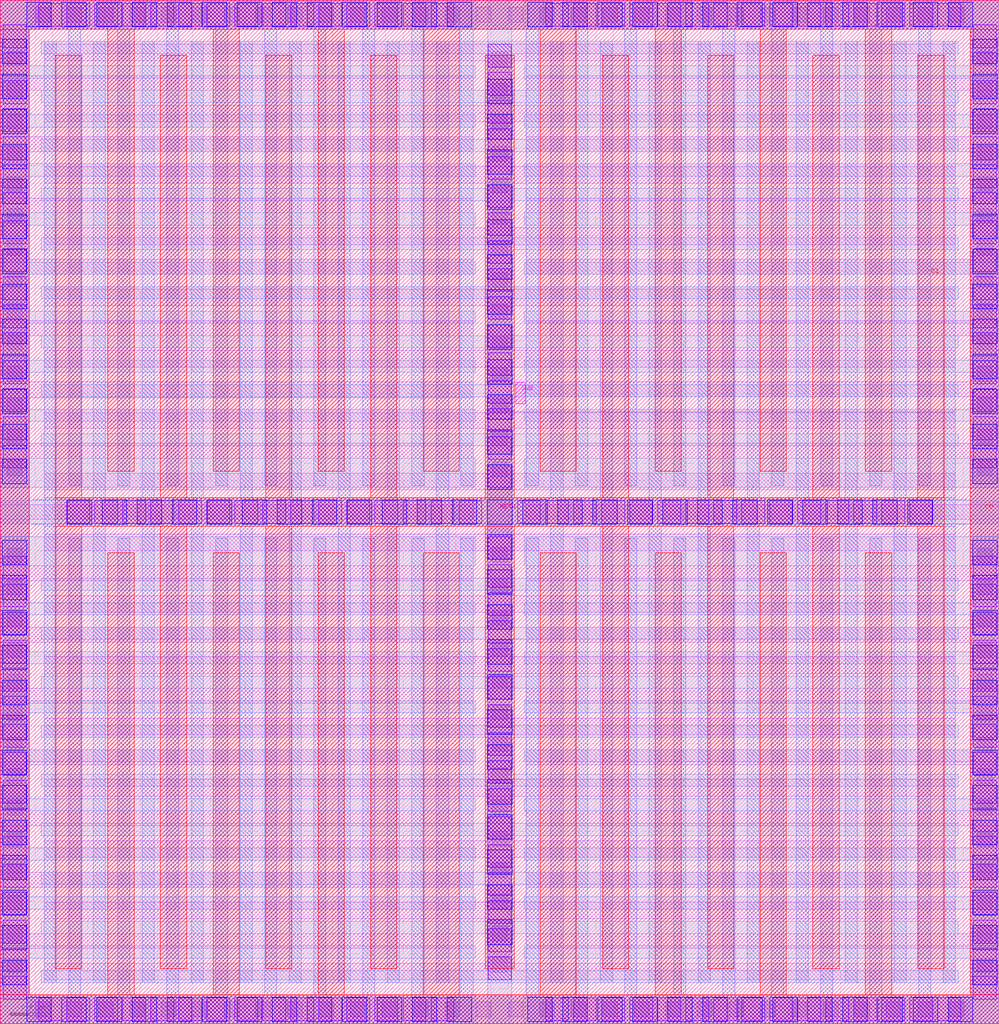
<source format=lef>
# Copyright 2020 The SkyWater PDK Authors
#
# Licensed under the Apache License, Version 2.0 (the "License");
# you may not use this file except in compliance with the License.
# You may obtain a copy of the License at
#
#     https://www.apache.org/licenses/LICENSE-2.0
#
# Unless required by applicable law or agreed to in writing, software
# distributed under the License is distributed on an "AS IS" BASIS,
# WITHOUT WARRANTIES OR CONDITIONS OF ANY KIND, either express or implied.
# See the License for the specific language governing permissions and
# limitations under the License.
#
# SPDX-License-Identifier: Apache-2.0

VERSION 5.7 ;
  NOWIREEXTENSIONATPIN ON ;
  DIVIDERCHAR "/" ;
  BUSBITCHARS "[]" ;
MACRO sky130_fd_pr__cap_vpp_11p5x11p7_l1m1m2m3_shieldpom4
  CLASS BLOCK ;
  FOREIGN sky130_fd_pr__cap_vpp_11p5x11p7_l1m1m2m3_shieldpom4 ;
  ORIGIN  0.000000  0.000000 ;
  SIZE  11.41000 BY  11.69000 ;
  PIN C0
    PORT
      LAYER met3 ;
        RECT  0.000000  0.000000 11.410000  0.330000 ;
        RECT  0.000000  0.330000  0.330000 11.360000 ;
        RECT  0.000000 11.360000 11.410000 11.690000 ;
        RECT  1.230000  0.330000  1.530000  5.380000 ;
        RECT  1.230000  6.310000  1.530000 11.360000 ;
        RECT  2.430000  0.330000  2.730000  5.380000 ;
        RECT  2.430000  6.310000  2.730000 11.360000 ;
        RECT  3.630000  0.330000  3.930000  5.380000 ;
        RECT  3.630000  6.310000  3.930000 11.360000 ;
        RECT  4.830000  0.330000  5.240000  5.380000 ;
        RECT  4.830000  6.310000  5.240000 11.360000 ;
        RECT  6.170000  0.330000  6.580000  5.380000 ;
        RECT  6.170000  6.310000  6.580000 11.360000 ;
        RECT  7.480000  0.330000  7.780000  5.380000 ;
        RECT  7.480000  6.310000  7.780000 11.360000 ;
        RECT  8.680000  0.330000  8.980000  5.380000 ;
        RECT  8.680000  6.310000  8.980000 11.360000 ;
        RECT  9.880000  0.330000 10.180000  5.380000 ;
        RECT  9.880000  6.310000 10.180000 11.360000 ;
        RECT 11.080000  0.330000 11.410000 11.360000 ;
    END
  END C0
  PIN C1
    PORT
      LAYER met3 ;
        RECT  0.630000 0.630000  0.930000  5.680000 ;
        RECT  0.630000 5.680000 10.780000  6.010000 ;
        RECT  0.630000 6.010000  0.930000 11.060000 ;
        RECT  1.830000 0.630000  2.130000  5.680000 ;
        RECT  1.830000 6.010000  2.130000 11.060000 ;
        RECT  3.030000 0.630000  3.330000  5.680000 ;
        RECT  3.030000 6.010000  3.330000 11.060000 ;
        RECT  4.230000 0.630000  4.530000  5.680000 ;
        RECT  4.230000 6.010000  4.530000 11.060000 ;
        RECT  5.540000 0.630000  5.870000  5.680000 ;
        RECT  5.540000 6.010000  5.870000 11.060000 ;
        RECT  6.880000 0.630000  7.180000  5.680000 ;
        RECT  6.880000 6.010000  7.180000 11.060000 ;
        RECT  8.080000 0.630000  8.380000  5.680000 ;
        RECT  8.080000 6.010000  8.380000 11.060000 ;
        RECT  9.280000 0.630000  9.580000  5.680000 ;
        RECT  9.280000 6.010000  9.580000 11.060000 ;
        RECT 10.480000 0.630000 10.780000  5.680000 ;
        RECT 10.480000 6.010000 10.780000 11.060000 ;
    END
  END C1
  PIN MET4
    PORT
      LAYER met4 ;
        RECT 0.000000 0.000000 11.410000 11.690000 ;
    END
  END MET4
  PIN SUB
    PORT
      LAYER pwell ;
        RECT 5.890000 7.080000 5.995000 7.325000 ;
    END
  END SUB
  OBS
    LAYER li1 ;
      RECT  0.000000  0.000000 11.410000  0.330000 ;
      RECT  0.000000  0.330000  0.330000  0.860000 ;
      RECT  0.000000  0.860000  5.400000  1.030000 ;
      RECT  0.000000  1.030000  0.330000  1.560000 ;
      RECT  0.000000  1.560000  5.400000  1.730000 ;
      RECT  0.000000  1.730000  0.330000  2.260000 ;
      RECT  0.000000  2.260000  5.400000  2.430000 ;
      RECT  0.000000  2.430000  0.330000  2.960000 ;
      RECT  0.000000  2.960000  5.400000  3.130000 ;
      RECT  0.000000  3.130000  0.330000  3.660000 ;
      RECT  0.000000  3.660000  5.400000  3.830000 ;
      RECT  0.000000  3.830000  0.330000  4.360000 ;
      RECT  0.000000  4.360000  5.400000  4.530000 ;
      RECT  0.000000  4.530000  0.330000  5.060000 ;
      RECT  0.000000  5.060000  5.400000  5.230000 ;
      RECT  0.000000  5.230000  0.330000  5.760000 ;
      RECT  0.000000  5.760000  5.400000  5.930000 ;
      RECT  0.000000  5.930000  0.330000  6.460000 ;
      RECT  0.000000  6.460000  5.400000  6.630000 ;
      RECT  0.000000  6.630000  0.330000  7.150000 ;
      RECT  0.000000  7.150000  5.400000  7.330000 ;
      RECT  0.000000  7.330000  0.330000  7.860000 ;
      RECT  0.000000  7.860000  5.400000  8.030000 ;
      RECT  0.000000  8.030000  0.330000  8.560000 ;
      RECT  0.000000  8.560000  5.400000  8.730000 ;
      RECT  0.000000  8.730000  0.330000  9.260000 ;
      RECT  0.000000  9.260000  5.400000  9.430000 ;
      RECT  0.000000  9.430000  0.330000  9.960000 ;
      RECT  0.000000  9.960000  5.400000 10.130000 ;
      RECT  0.000000 10.130000  0.330000 10.660000 ;
      RECT  0.000000 10.660000  5.400000 10.830000 ;
      RECT  0.000000 10.830000  0.330000 11.360000 ;
      RECT  0.000000 11.360000 11.410000 11.690000 ;
      RECT  0.500000  0.500000 10.905000  0.690000 ;
      RECT  0.500000  1.200000 10.905000  1.390000 ;
      RECT  0.500000  1.900000 10.905000  2.090000 ;
      RECT  0.500000  2.600000 10.905000  2.790000 ;
      RECT  0.500000  3.300000 10.905000  3.490000 ;
      RECT  0.500000  4.000000 10.905000  4.190000 ;
      RECT  0.500000  4.700000 10.905000  4.890000 ;
      RECT  0.500000  5.400000 10.905000  5.590000 ;
      RECT  0.500000  6.100000 10.905000  6.290000 ;
      RECT  0.500000  6.800000 10.905000  6.980000 ;
      RECT  0.500000  7.500000 10.905000  7.690000 ;
      RECT  0.500000  8.200000 10.905000  8.390000 ;
      RECT  0.500000  8.900000 10.905000  9.090000 ;
      RECT  0.500000  9.600000 10.905000  9.790000 ;
      RECT  0.500000 10.300000 10.905000 10.490000 ;
      RECT  0.500000 11.000000 10.905000 11.190000 ;
      RECT  5.570000  0.690000  5.840000  1.200000 ;
      RECT  5.570000  1.390000  5.840000  1.900000 ;
      RECT  5.570000  2.090000  5.840000  2.600000 ;
      RECT  5.570000  2.790000  5.840000  3.300000 ;
      RECT  5.570000  3.490000  5.840000  4.000000 ;
      RECT  5.570000  4.190000  5.840000  4.700000 ;
      RECT  5.570000  4.890000  5.840000  5.400000 ;
      RECT  5.570000  5.590000  5.840000  6.100000 ;
      RECT  5.570000  6.290000  5.840000  6.800000 ;
      RECT  5.570000  6.980000 10.905000  6.990000 ;
      RECT  5.570000  6.990000  5.840000  7.500000 ;
      RECT  5.570000  7.690000  5.840000  8.200000 ;
      RECT  5.570000  8.390000  5.840000  8.900000 ;
      RECT  5.570000  9.090000  5.840000  9.600000 ;
      RECT  5.570000  9.790000  5.840000 10.300000 ;
      RECT  5.570000 10.490000  5.840000 11.000000 ;
      RECT  6.010000  0.860000 11.410000  1.030000 ;
      RECT  6.010000  1.560000 11.410000  1.730000 ;
      RECT  6.010000  2.260000 11.410000  2.430000 ;
      RECT  6.010000  2.960000 11.410000  3.130000 ;
      RECT  6.010000  3.660000 11.410000  3.830000 ;
      RECT  6.010000  4.360000 11.410000  4.530000 ;
      RECT  6.010000  5.060000 11.410000  5.230000 ;
      RECT  6.010000  5.760000 11.410000  5.930000 ;
      RECT  6.010000  6.460000 11.410000  6.630000 ;
      RECT  6.010000  7.160000 11.410000  7.330000 ;
      RECT  6.010000  7.860000 11.410000  8.030000 ;
      RECT  6.010000  8.560000 11.410000  8.730000 ;
      RECT  6.010000  9.260000 11.410000  9.430000 ;
      RECT  6.010000  9.960000 11.410000 10.130000 ;
      RECT  6.010000 10.660000 11.410000 10.830000 ;
      RECT 11.080000  0.330000 11.410000  0.860000 ;
      RECT 11.080000  1.030000 11.410000  1.560000 ;
      RECT 11.080000  1.730000 11.410000  2.260000 ;
      RECT 11.080000  2.430000 11.410000  2.960000 ;
      RECT 11.080000  3.130000 11.410000  3.660000 ;
      RECT 11.080000  3.830000 11.410000  4.360000 ;
      RECT 11.080000  4.530000 11.410000  5.060000 ;
      RECT 11.080000  5.230000 11.410000  5.760000 ;
      RECT 11.080000  5.930000 11.410000  6.460000 ;
      RECT 11.080000  6.630000 11.410000  7.160000 ;
      RECT 11.080000  7.330000 11.410000  7.860000 ;
      RECT 11.080000  8.030000 11.410000  8.560000 ;
      RECT 11.080000  8.730000 11.410000  9.260000 ;
      RECT 11.080000  9.430000 11.410000  9.960000 ;
      RECT 11.080000 10.130000 11.410000 10.660000 ;
      RECT 11.080000 10.830000 11.410000 11.360000 ;
    LAYER mcon ;
      RECT  0.080000  0.580000  0.250000  0.750000 ;
      RECT  0.080000  0.940000  0.250000  1.110000 ;
      RECT  0.080000  1.300000  0.250000  1.470000 ;
      RECT  0.080000  1.660000  0.250000  1.830000 ;
      RECT  0.080000  2.020000  0.250000  2.190000 ;
      RECT  0.080000  2.380000  0.250000  2.550000 ;
      RECT  0.080000  2.740000  0.250000  2.910000 ;
      RECT  0.080000  3.100000  0.250000  3.270000 ;
      RECT  0.080000  3.460000  0.250000  3.630000 ;
      RECT  0.080000  3.820000  0.250000  3.990000 ;
      RECT  0.080000  4.180000  0.250000  4.350000 ;
      RECT  0.080000  4.540000  0.250000  4.710000 ;
      RECT  0.080000  4.900000  0.250000  5.070000 ;
      RECT  0.080000  5.260000  0.250000  5.430000 ;
      RECT  0.080000  6.260000  0.250000  6.430000 ;
      RECT  0.080000  6.620000  0.250000  6.790000 ;
      RECT  0.080000  6.980000  0.250000  7.150000 ;
      RECT  0.080000  7.340000  0.250000  7.510000 ;
      RECT  0.080000  7.700000  0.250000  7.870000 ;
      RECT  0.080000  8.060000  0.250000  8.230000 ;
      RECT  0.080000  8.420000  0.250000  8.590000 ;
      RECT  0.080000  8.780000  0.250000  8.950000 ;
      RECT  0.080000  9.140000  0.250000  9.310000 ;
      RECT  0.080000  9.500000  0.250000  9.670000 ;
      RECT  0.080000  9.860000  0.250000 10.030000 ;
      RECT  0.080000 10.220000  0.250000 10.390000 ;
      RECT  0.080000 10.580000  0.250000 10.750000 ;
      RECT  0.080000 10.940000  0.250000 11.110000 ;
      RECT  0.400000  0.080000  0.570000  0.250000 ;
      RECT  0.400000 11.440000  0.570000 11.610000 ;
      RECT  0.760000  0.080000  0.930000  0.250000 ;
      RECT  0.760000 11.440000  0.930000 11.610000 ;
      RECT  1.120000  0.080000  1.290000  0.250000 ;
      RECT  1.120000 11.440000  1.290000 11.610000 ;
      RECT  1.480000  0.080000  1.650000  0.250000 ;
      RECT  1.480000 11.440000  1.650000 11.610000 ;
      RECT  1.840000  0.080000  2.010000  0.250000 ;
      RECT  1.840000 11.440000  2.010000 11.610000 ;
      RECT  2.200000  0.080000  2.370000  0.250000 ;
      RECT  2.200000 11.440000  2.370000 11.610000 ;
      RECT  2.560000  0.080000  2.730000  0.250000 ;
      RECT  2.560000 11.440000  2.730000 11.610000 ;
      RECT  2.920000  0.080000  3.090000  0.250000 ;
      RECT  2.920000 11.440000  3.090000 11.610000 ;
      RECT  3.280000  0.080000  3.450000  0.250000 ;
      RECT  3.280000 11.440000  3.450000 11.610000 ;
      RECT  3.640000  0.080000  3.810000  0.250000 ;
      RECT  3.640000 11.440000  3.810000 11.610000 ;
      RECT  4.000000  0.080000  4.170000  0.250000 ;
      RECT  4.000000 11.440000  4.170000 11.610000 ;
      RECT  4.360000  0.080000  4.530000  0.250000 ;
      RECT  4.360000 11.440000  4.530000 11.610000 ;
      RECT  4.720000  0.080000  4.890000  0.250000 ;
      RECT  4.720000 11.440000  4.890000 11.610000 ;
      RECT  5.080000  0.080000  5.250000  0.250000 ;
      RECT  5.080000 11.440000  5.250000 11.610000 ;
      RECT  5.440000  0.080000  5.610000  0.250000 ;
      RECT  5.440000 11.440000  5.610000 11.610000 ;
      RECT  5.620000  0.590000  5.790000  0.760000 ;
      RECT  5.620000  0.950000  5.790000  1.120000 ;
      RECT  5.620000  1.310000  5.790000  1.480000 ;
      RECT  5.620000  1.670000  5.790000  1.840000 ;
      RECT  5.620000  2.030000  5.790000  2.200000 ;
      RECT  5.620000  2.390000  5.790000  2.560000 ;
      RECT  5.620000  2.750000  5.790000  2.920000 ;
      RECT  5.620000  3.110000  5.790000  3.280000 ;
      RECT  5.620000  3.470000  5.790000  3.640000 ;
      RECT  5.620000  3.830000  5.790000  4.000000 ;
      RECT  5.620000  4.190000  5.790000  4.360000 ;
      RECT  5.620000  4.550000  5.790000  4.720000 ;
      RECT  5.620000  4.910000  5.790000  5.080000 ;
      RECT  5.620000  5.270000  5.790000  5.440000 ;
      RECT  5.620000  6.250000  5.790000  6.420000 ;
      RECT  5.620000  6.610000  5.790000  6.780000 ;
      RECT  5.620000  6.970000  5.790000  7.140000 ;
      RECT  5.620000  7.330000  5.790000  7.500000 ;
      RECT  5.620000  7.690000  5.790000  7.860000 ;
      RECT  5.620000  8.050000  5.790000  8.220000 ;
      RECT  5.620000  8.410000  5.790000  8.580000 ;
      RECT  5.620000  8.770000  5.790000  8.940000 ;
      RECT  5.620000  9.130000  5.790000  9.300000 ;
      RECT  5.620000  9.490000  5.790000  9.660000 ;
      RECT  5.620000  9.850000  5.790000 10.020000 ;
      RECT  5.620000 10.210000  5.790000 10.380000 ;
      RECT  5.620000 10.570000  5.790000 10.740000 ;
      RECT  5.620000 10.930000  5.790000 11.100000 ;
      RECT  5.800000  0.080000  5.970000  0.250000 ;
      RECT  5.800000 11.440000  5.970000 11.610000 ;
      RECT  6.160000  0.080000  6.330000  0.250000 ;
      RECT  6.160000 11.440000  6.330000 11.610000 ;
      RECT  6.520000  0.080000  6.690000  0.250000 ;
      RECT  6.520000 11.440000  6.690000 11.610000 ;
      RECT  6.880000  0.080000  7.050000  0.250000 ;
      RECT  6.880000 11.440000  7.050000 11.610000 ;
      RECT  7.240000  0.080000  7.410000  0.250000 ;
      RECT  7.240000 11.440000  7.410000 11.610000 ;
      RECT  7.600000  0.080000  7.770000  0.250000 ;
      RECT  7.600000 11.440000  7.770000 11.610000 ;
      RECT  7.960000  0.080000  8.130000  0.250000 ;
      RECT  7.960000 11.440000  8.130000 11.610000 ;
      RECT  8.320000  0.080000  8.490000  0.250000 ;
      RECT  8.320000 11.440000  8.490000 11.610000 ;
      RECT  8.680000  0.080000  8.850000  0.250000 ;
      RECT  8.680000 11.440000  8.850000 11.610000 ;
      RECT  9.040000  0.080000  9.210000  0.250000 ;
      RECT  9.040000 11.440000  9.210000 11.610000 ;
      RECT  9.400000  0.080000  9.570000  0.250000 ;
      RECT  9.400000 11.440000  9.570000 11.610000 ;
      RECT  9.760000  0.080000  9.930000  0.250000 ;
      RECT  9.760000 11.440000  9.930000 11.610000 ;
      RECT 10.120000  0.080000 10.290000  0.250000 ;
      RECT 10.120000 11.440000 10.290000 11.610000 ;
      RECT 10.480000  0.080000 10.650000  0.250000 ;
      RECT 10.480000 11.440000 10.650000 11.610000 ;
      RECT 10.840000  0.080000 11.010000  0.250000 ;
      RECT 10.840000 11.440000 11.010000 11.610000 ;
      RECT 11.160000  0.580000 11.330000  0.750000 ;
      RECT 11.160000  0.940000 11.330000  1.110000 ;
      RECT 11.160000  1.300000 11.330000  1.470000 ;
      RECT 11.160000  1.660000 11.330000  1.830000 ;
      RECT 11.160000  2.020000 11.330000  2.190000 ;
      RECT 11.160000  2.380000 11.330000  2.550000 ;
      RECT 11.160000  2.740000 11.330000  2.910000 ;
      RECT 11.160000  3.100000 11.330000  3.270000 ;
      RECT 11.160000  3.460000 11.330000  3.630000 ;
      RECT 11.160000  3.820000 11.330000  3.990000 ;
      RECT 11.160000  4.180000 11.330000  4.350000 ;
      RECT 11.160000  4.540000 11.330000  4.710000 ;
      RECT 11.160000  4.900000 11.330000  5.070000 ;
      RECT 11.160000  5.260000 11.330000  5.430000 ;
      RECT 11.160000  6.260000 11.330000  6.430000 ;
      RECT 11.160000  6.620000 11.330000  6.790000 ;
      RECT 11.160000  6.980000 11.330000  7.150000 ;
      RECT 11.160000  7.340000 11.330000  7.510000 ;
      RECT 11.160000  7.700000 11.330000  7.870000 ;
      RECT 11.160000  8.060000 11.330000  8.230000 ;
      RECT 11.160000  8.420000 11.330000  8.590000 ;
      RECT 11.160000  8.780000 11.330000  8.950000 ;
      RECT 11.160000  9.140000 11.330000  9.310000 ;
      RECT 11.160000  9.500000 11.330000  9.670000 ;
      RECT 11.160000  9.860000 11.330000 10.030000 ;
      RECT 11.160000 10.220000 11.330000 10.390000 ;
      RECT 11.160000 10.580000 11.330000 10.750000 ;
      RECT 11.160000 10.940000 11.330000 11.110000 ;
    LAYER met1 ;
      RECT  0.000000  0.000000 11.410000  0.330000 ;
      RECT  0.000000  0.330000  0.330000 11.360000 ;
      RECT  0.000000 11.360000 11.410000 11.690000 ;
      RECT  0.500000  0.470000  0.640000  5.685000 ;
      RECT  0.500000  5.685000 10.910000  6.005000 ;
      RECT  0.500000  6.005000  0.640000 11.220000 ;
      RECT  0.780000  0.330000  0.920000  5.545000 ;
      RECT  0.780000  6.145000  0.920000 11.360000 ;
      RECT  1.060000  0.470000  1.200000  5.685000 ;
      RECT  1.060000  6.005000  1.200000 11.220000 ;
      RECT  1.340000  0.330000  1.480000  5.545000 ;
      RECT  1.340000  6.145000  1.480000 11.360000 ;
      RECT  1.620000  0.470000  1.760000  5.685000 ;
      RECT  1.620000  6.005000  1.760000 11.220000 ;
      RECT  1.900000  0.330000  2.040000  5.545000 ;
      RECT  1.900000  6.145000  2.040000 11.360000 ;
      RECT  2.180000  0.470000  2.320000  5.685000 ;
      RECT  2.180000  6.005000  2.320000 11.220000 ;
      RECT  2.460000  0.330000  2.600000  5.545000 ;
      RECT  2.460000  6.145000  2.600000 11.360000 ;
      RECT  2.740000  0.470000  2.880000  5.685000 ;
      RECT  2.740000  6.005000  2.880000 11.220000 ;
      RECT  3.020000  0.330000  3.160000  5.545000 ;
      RECT  3.020000  6.145000  3.160000 11.360000 ;
      RECT  3.300000  0.470000  3.440000  5.685000 ;
      RECT  3.300000  6.005000  3.440000 11.220000 ;
      RECT  3.580000  0.330000  3.720000  5.545000 ;
      RECT  3.580000  6.145000  3.720000 11.360000 ;
      RECT  3.860000  0.470000  4.000000  5.685000 ;
      RECT  3.860000  6.005000  4.000000 11.220000 ;
      RECT  4.140000  0.330000  4.280000  5.545000 ;
      RECT  4.140000  6.145000  4.280000 11.360000 ;
      RECT  4.420000  0.470000  4.560000  5.685000 ;
      RECT  4.420000  6.005000  4.560000 11.220000 ;
      RECT  4.700000  0.330000  4.840000  5.545000 ;
      RECT  4.700000  6.145000  4.840000 11.360000 ;
      RECT  4.980000  0.470000  5.120000  5.685000 ;
      RECT  4.980000  6.005000  5.120000 11.220000 ;
      RECT  5.260000  0.330000  5.400000  5.545000 ;
      RECT  5.260000  6.145000  5.400000 11.360000 ;
      RECT  5.570000  0.470000  5.840000  5.685000 ;
      RECT  5.570000  6.005000  5.840000 11.220000 ;
      RECT  6.010000  0.330000  6.150000  5.545000 ;
      RECT  6.010000  6.145000  6.150000 11.360000 ;
      RECT  6.290000  0.470000  6.430000  5.685000 ;
      RECT  6.290000  6.005000  6.430000 11.220000 ;
      RECT  6.570000  0.330000  6.710000  5.545000 ;
      RECT  6.570000  6.145000  6.710000 11.360000 ;
      RECT  6.850000  0.470000  6.990000  5.685000 ;
      RECT  6.850000  6.005000  6.990000 11.220000 ;
      RECT  7.130000  0.330000  7.270000  5.545000 ;
      RECT  7.130000  6.145000  7.270000 11.360000 ;
      RECT  7.410000  0.470000  7.550000  5.685000 ;
      RECT  7.410000  6.005000  7.550000 11.220000 ;
      RECT  7.690000  0.330000  7.830000  5.545000 ;
      RECT  7.690000  6.145000  7.830000 11.360000 ;
      RECT  7.970000  0.470000  8.110000  5.685000 ;
      RECT  7.970000  6.005000  8.110000 11.220000 ;
      RECT  8.250000  0.330000  8.390000  5.545000 ;
      RECT  8.250000  6.145000  8.390000 11.360000 ;
      RECT  8.530000  0.470000  8.670000  5.685000 ;
      RECT  8.530000  6.005000  8.670000 11.220000 ;
      RECT  8.810000  0.330000  8.950000  5.545000 ;
      RECT  8.810000  6.145000  8.950000 11.360000 ;
      RECT  9.090000  0.470000  9.230000  5.685000 ;
      RECT  9.090000  6.005000  9.230000 11.220000 ;
      RECT  9.370000  0.330000  9.510000  5.545000 ;
      RECT  9.370000  6.145000  9.510000 11.360000 ;
      RECT  9.650000  0.470000  9.790000  5.685000 ;
      RECT  9.650000  6.005000  9.790000 11.220000 ;
      RECT  9.930000  0.330000 10.070000  5.545000 ;
      RECT  9.930000  6.145000 10.070000 11.360000 ;
      RECT 10.210000  0.470000 10.350000  5.685000 ;
      RECT 10.210000  6.005000 10.350000 11.220000 ;
      RECT 10.490000  0.330000 10.630000  5.545000 ;
      RECT 10.490000  6.145000 10.630000 11.360000 ;
      RECT 10.770000  0.470000 10.910000  5.685000 ;
      RECT 10.770000  6.005000 10.910000 11.220000 ;
      RECT 11.080000  0.330000 11.410000 11.360000 ;
    LAYER met2 ;
      RECT  0.000000  0.000000  5.430000  0.330000 ;
      RECT  0.000000  0.330000  0.330000  0.750000 ;
      RECT  0.000000  0.750000  5.425000  0.890000 ;
      RECT  0.000000  0.890000  0.330000  1.310000 ;
      RECT  0.000000  1.310000  5.425000  1.450000 ;
      RECT  0.000000  1.450000  0.330000  1.870000 ;
      RECT  0.000000  1.870000  5.425000  2.010000 ;
      RECT  0.000000  2.010000  0.330000  2.430000 ;
      RECT  0.000000  2.430000  5.425000  2.570000 ;
      RECT  0.000000  2.570000  0.330000  2.990000 ;
      RECT  0.000000  2.990000  5.425000  3.130000 ;
      RECT  0.000000  3.130000  0.330000  3.550000 ;
      RECT  0.000000  3.550000  5.425000  3.690000 ;
      RECT  0.000000  3.690000  0.330000  4.110000 ;
      RECT  0.000000  4.110000  5.425000  4.250000 ;
      RECT  0.000000  4.250000  0.330000  4.670000 ;
      RECT  0.000000  4.670000  5.425000  4.810000 ;
      RECT  0.000000  4.810000  0.330000  5.230000 ;
      RECT  0.000000  5.230000  5.425000  5.565000 ;
      RECT  0.000000  5.565000  0.330000  5.570000 ;
      RECT  0.000000  5.710000 11.410000  5.980000 ;
      RECT  0.000000  6.120000  0.330000  6.125000 ;
      RECT  0.000000  6.125000  5.425000  6.460000 ;
      RECT  0.000000  6.460000  0.330000  6.880000 ;
      RECT  0.000000  6.880000  5.425000  7.020000 ;
      RECT  0.000000  7.020000  0.330000  7.440000 ;
      RECT  0.000000  7.440000  5.425000  7.580000 ;
      RECT  0.000000  7.580000  0.330000  8.000000 ;
      RECT  0.000000  8.000000  5.425000  8.140000 ;
      RECT  0.000000  8.140000  0.330000  8.560000 ;
      RECT  0.000000  8.560000  5.425000  8.700000 ;
      RECT  0.000000  8.700000  0.330000  9.120000 ;
      RECT  0.000000  9.120000  5.425000  9.260000 ;
      RECT  0.000000  9.260000  0.330000  9.680000 ;
      RECT  0.000000  9.680000  5.425000  9.820000 ;
      RECT  0.000000  9.820000  0.330000 10.240000 ;
      RECT  0.000000 10.240000  5.425000 10.380000 ;
      RECT  0.000000 10.380000  0.330000 10.800000 ;
      RECT  0.000000 10.800000  5.425000 10.940000 ;
      RECT  0.000000 10.940000  0.330000 11.360000 ;
      RECT  0.000000 11.360000  5.430000 11.690000 ;
      RECT  0.370000  5.705000 11.040000  5.710000 ;
      RECT  0.370000  5.980000 11.040000  5.985000 ;
      RECT  0.470000  0.470000 10.940000  0.610000 ;
      RECT  0.470000  1.030000 10.940000  1.170000 ;
      RECT  0.470000  1.590000 10.940000  1.730000 ;
      RECT  0.470000  2.150000 10.940000  2.290000 ;
      RECT  0.470000  2.710000 10.940000  2.850000 ;
      RECT  0.470000  3.270000 10.940000  3.410000 ;
      RECT  0.470000  3.830000 10.940000  3.970000 ;
      RECT  0.470000  4.390000 10.940000  4.530000 ;
      RECT  0.470000  4.950000 10.940000  5.090000 ;
      RECT  0.470000  6.600000 10.940000  6.740000 ;
      RECT  0.470000  7.160000 10.940000  7.300000 ;
      RECT  0.470000  7.720000 10.940000  7.860000 ;
      RECT  0.470000  8.280000 10.940000  8.420000 ;
      RECT  0.470000  8.840000 10.940000  8.980000 ;
      RECT  0.470000  9.400000 10.940000  9.540000 ;
      RECT  0.470000  9.960000 10.940000 10.100000 ;
      RECT  0.470000 10.520000 10.940000 10.660000 ;
      RECT  0.470000 11.080000 10.940000 11.220000 ;
      RECT  5.565000  0.610000  5.845000  1.030000 ;
      RECT  5.565000  1.170000  5.845000  1.590000 ;
      RECT  5.565000  1.730000  5.845000  2.150000 ;
      RECT  5.565000  2.290000  5.845000  2.710000 ;
      RECT  5.565000  2.850000  5.845000  3.270000 ;
      RECT  5.565000  3.410000  5.845000  3.830000 ;
      RECT  5.565000  3.970000  5.845000  4.390000 ;
      RECT  5.565000  4.530000  5.845000  4.950000 ;
      RECT  5.565000  5.090000  5.845000  5.705000 ;
      RECT  5.565000  5.985000  5.845000  6.600000 ;
      RECT  5.565000  6.740000  5.845000  7.160000 ;
      RECT  5.565000  7.300000  5.845000  7.720000 ;
      RECT  5.565000  7.860000  5.845000  8.280000 ;
      RECT  5.565000  8.420000  5.845000  8.840000 ;
      RECT  5.565000  8.980000  5.845000  9.400000 ;
      RECT  5.565000  9.540000  5.845000  9.960000 ;
      RECT  5.565000 10.100000  5.845000 10.520000 ;
      RECT  5.565000 10.660000  5.845000 11.080000 ;
      RECT  5.570000  0.000000  5.840000  0.470000 ;
      RECT  5.570000 11.220000  5.840000 11.690000 ;
      RECT  5.980000  0.000000 11.410000  0.330000 ;
      RECT  5.980000 11.360000 11.410000 11.690000 ;
      RECT  5.985000  0.750000 11.410000  0.890000 ;
      RECT  5.985000  1.310000 11.410000  1.450000 ;
      RECT  5.985000  1.870000 11.410000  2.010000 ;
      RECT  5.985000  2.430000 11.410000  2.570000 ;
      RECT  5.985000  2.990000 11.410000  3.130000 ;
      RECT  5.985000  3.550000 11.410000  3.690000 ;
      RECT  5.985000  4.110000 11.410000  4.250000 ;
      RECT  5.985000  4.670000 11.410000  4.810000 ;
      RECT  5.985000  5.230000 11.410000  5.565000 ;
      RECT  5.985000  6.125000 11.410000  6.460000 ;
      RECT  5.985000  6.880000 11.410000  7.020000 ;
      RECT  5.985000  7.440000 11.410000  7.580000 ;
      RECT  5.985000  8.000000 11.410000  8.140000 ;
      RECT  5.985000  8.560000 11.410000  8.700000 ;
      RECT  5.985000  9.120000 11.410000  9.260000 ;
      RECT  5.985000  9.680000 11.410000  9.820000 ;
      RECT  5.985000 10.240000 11.410000 10.380000 ;
      RECT  5.985000 10.800000 11.410000 10.940000 ;
      RECT 11.080000  0.330000 11.410000  0.750000 ;
      RECT 11.080000  0.890000 11.410000  1.310000 ;
      RECT 11.080000  1.450000 11.410000  1.870000 ;
      RECT 11.080000  2.010000 11.410000  2.430000 ;
      RECT 11.080000  2.570000 11.410000  2.990000 ;
      RECT 11.080000  3.130000 11.410000  3.550000 ;
      RECT 11.080000  3.690000 11.410000  4.110000 ;
      RECT 11.080000  4.250000 11.410000  4.670000 ;
      RECT 11.080000  4.810000 11.410000  5.230000 ;
      RECT 11.080000  5.565000 11.410000  5.570000 ;
      RECT 11.080000  6.120000 11.410000  6.125000 ;
      RECT 11.080000  6.460000 11.410000  6.880000 ;
      RECT 11.080000  7.020000 11.410000  7.440000 ;
      RECT 11.080000  7.580000 11.410000  8.000000 ;
      RECT 11.080000  8.140000 11.410000  8.560000 ;
      RECT 11.080000  8.700000 11.410000  9.120000 ;
      RECT 11.080000  9.260000 11.410000  9.680000 ;
      RECT 11.080000  9.820000 11.410000 10.240000 ;
      RECT 11.080000 10.380000 11.410000 10.800000 ;
      RECT 11.080000 10.940000 11.410000 11.360000 ;
    LAYER via ;
      RECT  0.035000  0.280000  0.295000  0.540000 ;
      RECT  0.035000  0.600000  0.295000  0.860000 ;
      RECT  0.035000  0.920000  0.295000  1.180000 ;
      RECT  0.035000  1.240000  0.295000  1.500000 ;
      RECT  0.035000  1.560000  0.295000  1.820000 ;
      RECT  0.035000  1.880000  0.295000  2.140000 ;
      RECT  0.035000  2.200000  0.295000  2.460000 ;
      RECT  0.035000  2.520000  0.295000  2.780000 ;
      RECT  0.035000  2.840000  0.295000  3.100000 ;
      RECT  0.035000  3.160000  0.295000  3.420000 ;
      RECT  0.035000  3.480000  0.295000  3.740000 ;
      RECT  0.035000  3.800000  0.295000  4.060000 ;
      RECT  0.035000  4.120000  0.295000  4.380000 ;
      RECT  0.035000  4.440000  0.295000  4.700000 ;
      RECT  0.035000  4.760000  0.295000  5.020000 ;
      RECT  0.035000  5.080000  0.295000  5.340000 ;
      RECT  0.035000  6.350000  0.295000  6.610000 ;
      RECT  0.035000  6.670000  0.295000  6.930000 ;
      RECT  0.035000  6.990000  0.295000  7.250000 ;
      RECT  0.035000  7.310000  0.295000  7.570000 ;
      RECT  0.035000  7.630000  0.295000  7.890000 ;
      RECT  0.035000  7.950000  0.295000  8.210000 ;
      RECT  0.035000  8.270000  0.295000  8.530000 ;
      RECT  0.035000  8.590000  0.295000  8.850000 ;
      RECT  0.035000  8.910000  0.295000  9.170000 ;
      RECT  0.035000  9.230000  0.295000  9.490000 ;
      RECT  0.035000  9.550000  0.295000  9.810000 ;
      RECT  0.035000  9.870000  0.295000 10.130000 ;
      RECT  0.035000 10.190000  0.295000 10.450000 ;
      RECT  0.035000 10.510000  0.295000 10.770000 ;
      RECT  0.035000 10.830000  0.295000 11.090000 ;
      RECT  0.035000 11.150000  0.295000 11.410000 ;
      RECT  0.440000  0.035000  0.700000  0.295000 ;
      RECT  0.440000 11.395000  0.700000 11.655000 ;
      RECT  0.760000  0.035000  1.020000  0.295000 ;
      RECT  0.760000  5.715000  1.020000  5.975000 ;
      RECT  0.760000 11.395000  1.020000 11.655000 ;
      RECT  1.080000  0.035000  1.340000  0.295000 ;
      RECT  1.080000  5.715000  1.340000  5.975000 ;
      RECT  1.080000 11.395000  1.340000 11.655000 ;
      RECT  1.400000  0.035000  1.660000  0.295000 ;
      RECT  1.400000  5.715000  1.660000  5.975000 ;
      RECT  1.400000 11.395000  1.660000 11.655000 ;
      RECT  1.720000  0.035000  1.980000  0.295000 ;
      RECT  1.720000  5.715000  1.980000  5.975000 ;
      RECT  1.720000 11.395000  1.980000 11.655000 ;
      RECT  2.040000  0.035000  2.300000  0.295000 ;
      RECT  2.040000  5.715000  2.300000  5.975000 ;
      RECT  2.040000 11.395000  2.300000 11.655000 ;
      RECT  2.360000  0.035000  2.620000  0.295000 ;
      RECT  2.360000  5.715000  2.620000  5.975000 ;
      RECT  2.360000 11.395000  2.620000 11.655000 ;
      RECT  2.680000  0.035000  2.940000  0.295000 ;
      RECT  2.680000  5.715000  2.940000  5.975000 ;
      RECT  2.680000 11.395000  2.940000 11.655000 ;
      RECT  3.000000  0.035000  3.260000  0.295000 ;
      RECT  3.000000  5.715000  3.260000  5.975000 ;
      RECT  3.000000 11.395000  3.260000 11.655000 ;
      RECT  3.320000  0.035000  3.580000  0.295000 ;
      RECT  3.320000  5.715000  3.580000  5.975000 ;
      RECT  3.320000 11.395000  3.580000 11.655000 ;
      RECT  3.640000  0.035000  3.900000  0.295000 ;
      RECT  3.640000  5.715000  3.900000  5.975000 ;
      RECT  3.640000 11.395000  3.900000 11.655000 ;
      RECT  3.960000  0.035000  4.220000  0.295000 ;
      RECT  3.960000  5.715000  4.220000  5.975000 ;
      RECT  3.960000 11.395000  4.220000 11.655000 ;
      RECT  4.280000  0.035000  4.540000  0.295000 ;
      RECT  4.280000  5.715000  4.540000  5.975000 ;
      RECT  4.280000 11.395000  4.540000 11.655000 ;
      RECT  4.600000  0.035000  4.860000  0.295000 ;
      RECT  4.600000  5.715000  4.860000  5.975000 ;
      RECT  4.600000 11.395000  4.860000 11.655000 ;
      RECT  4.920000  0.035000  5.180000  0.295000 ;
      RECT  4.920000  5.715000  5.180000  5.975000 ;
      RECT  4.920000 11.395000  5.180000 11.655000 ;
      RECT  5.240000  5.715000  5.500000  5.975000 ;
      RECT  5.575000  0.505000  5.835000  0.765000 ;
      RECT  5.575000  0.825000  5.835000  1.085000 ;
      RECT  5.575000  1.145000  5.835000  1.405000 ;
      RECT  5.575000  1.465000  5.835000  1.725000 ;
      RECT  5.575000  1.785000  5.835000  2.045000 ;
      RECT  5.575000  2.105000  5.835000  2.365000 ;
      RECT  5.575000  2.425000  5.835000  2.685000 ;
      RECT  5.575000  2.745000  5.835000  3.005000 ;
      RECT  5.575000  3.065000  5.835000  3.325000 ;
      RECT  5.575000  3.385000  5.835000  3.645000 ;
      RECT  5.575000  3.705000  5.835000  3.965000 ;
      RECT  5.575000  4.025000  5.835000  4.285000 ;
      RECT  5.575000  4.345000  5.835000  4.605000 ;
      RECT  5.575000  4.665000  5.835000  4.925000 ;
      RECT  5.575000  4.985000  5.835000  5.245000 ;
      RECT  5.575000  5.305000  5.835000  5.565000 ;
      RECT  5.575000  6.125000  5.835000  6.385000 ;
      RECT  5.575000  6.445000  5.835000  6.705000 ;
      RECT  5.575000  6.765000  5.835000  7.025000 ;
      RECT  5.575000  7.085000  5.835000  7.345000 ;
      RECT  5.575000  7.405000  5.835000  7.665000 ;
      RECT  5.575000  7.725000  5.835000  7.985000 ;
      RECT  5.575000  8.045000  5.835000  8.305000 ;
      RECT  5.575000  8.365000  5.835000  8.625000 ;
      RECT  5.575000  8.685000  5.835000  8.945000 ;
      RECT  5.575000  9.005000  5.835000  9.265000 ;
      RECT  5.575000  9.325000  5.835000  9.585000 ;
      RECT  5.575000  9.645000  5.835000  9.905000 ;
      RECT  5.575000  9.965000  5.835000 10.225000 ;
      RECT  5.575000 10.285000  5.835000 10.545000 ;
      RECT  5.575000 10.605000  5.835000 10.865000 ;
      RECT  5.575000 10.925000  5.835000 11.185000 ;
      RECT  5.910000  5.715000  6.170000  5.975000 ;
      RECT  6.230000  0.035000  6.490000  0.295000 ;
      RECT  6.230000  5.715000  6.490000  5.975000 ;
      RECT  6.230000 11.395000  6.490000 11.655000 ;
      RECT  6.550000  0.035000  6.810000  0.295000 ;
      RECT  6.550000  5.715000  6.810000  5.975000 ;
      RECT  6.550000 11.395000  6.810000 11.655000 ;
      RECT  6.870000  0.035000  7.130000  0.295000 ;
      RECT  6.870000  5.715000  7.130000  5.975000 ;
      RECT  6.870000 11.395000  7.130000 11.655000 ;
      RECT  7.190000  0.035000  7.450000  0.295000 ;
      RECT  7.190000  5.715000  7.450000  5.975000 ;
      RECT  7.190000 11.395000  7.450000 11.655000 ;
      RECT  7.510000  0.035000  7.770000  0.295000 ;
      RECT  7.510000  5.715000  7.770000  5.975000 ;
      RECT  7.510000 11.395000  7.770000 11.655000 ;
      RECT  7.830000  0.035000  8.090000  0.295000 ;
      RECT  7.830000  5.715000  8.090000  5.975000 ;
      RECT  7.830000 11.395000  8.090000 11.655000 ;
      RECT  8.150000  0.035000  8.410000  0.295000 ;
      RECT  8.150000  5.715000  8.410000  5.975000 ;
      RECT  8.150000 11.395000  8.410000 11.655000 ;
      RECT  8.470000  0.035000  8.730000  0.295000 ;
      RECT  8.470000  5.715000  8.730000  5.975000 ;
      RECT  8.470000 11.395000  8.730000 11.655000 ;
      RECT  8.790000  0.035000  9.050000  0.295000 ;
      RECT  8.790000  5.715000  9.050000  5.975000 ;
      RECT  8.790000 11.395000  9.050000 11.655000 ;
      RECT  9.110000  0.035000  9.370000  0.295000 ;
      RECT  9.110000  5.715000  9.370000  5.975000 ;
      RECT  9.110000 11.395000  9.370000 11.655000 ;
      RECT  9.430000  0.035000  9.690000  0.295000 ;
      RECT  9.430000  5.715000  9.690000  5.975000 ;
      RECT  9.430000 11.395000  9.690000 11.655000 ;
      RECT  9.750000  0.035000 10.010000  0.295000 ;
      RECT  9.750000  5.715000 10.010000  5.975000 ;
      RECT  9.750000 11.395000 10.010000 11.655000 ;
      RECT 10.070000  0.035000 10.330000  0.295000 ;
      RECT 10.070000  5.715000 10.330000  5.975000 ;
      RECT 10.070000 11.395000 10.330000 11.655000 ;
      RECT 10.390000  0.035000 10.650000  0.295000 ;
      RECT 10.390000  5.715000 10.650000  5.975000 ;
      RECT 10.390000 11.395000 10.650000 11.655000 ;
      RECT 10.710000  0.035000 10.970000  0.295000 ;
      RECT 10.710000 11.395000 10.970000 11.655000 ;
      RECT 11.115000  0.280000 11.375000  0.540000 ;
      RECT 11.115000  0.600000 11.375000  0.860000 ;
      RECT 11.115000  0.920000 11.375000  1.180000 ;
      RECT 11.115000  1.240000 11.375000  1.500000 ;
      RECT 11.115000  1.560000 11.375000  1.820000 ;
      RECT 11.115000  1.880000 11.375000  2.140000 ;
      RECT 11.115000  2.200000 11.375000  2.460000 ;
      RECT 11.115000  2.520000 11.375000  2.780000 ;
      RECT 11.115000  2.840000 11.375000  3.100000 ;
      RECT 11.115000  3.160000 11.375000  3.420000 ;
      RECT 11.115000  3.480000 11.375000  3.740000 ;
      RECT 11.115000  3.800000 11.375000  4.060000 ;
      RECT 11.115000  4.120000 11.375000  4.380000 ;
      RECT 11.115000  4.440000 11.375000  4.700000 ;
      RECT 11.115000  4.760000 11.375000  5.020000 ;
      RECT 11.115000  5.080000 11.375000  5.340000 ;
      RECT 11.115000  6.350000 11.375000  6.610000 ;
      RECT 11.115000  6.670000 11.375000  6.930000 ;
      RECT 11.115000  6.990000 11.375000  7.250000 ;
      RECT 11.115000  7.310000 11.375000  7.570000 ;
      RECT 11.115000  7.630000 11.375000  7.890000 ;
      RECT 11.115000  7.950000 11.375000  8.210000 ;
      RECT 11.115000  8.270000 11.375000  8.530000 ;
      RECT 11.115000  8.590000 11.375000  8.850000 ;
      RECT 11.115000  8.910000 11.375000  9.170000 ;
      RECT 11.115000  9.230000 11.375000  9.490000 ;
      RECT 11.115000  9.550000 11.375000  9.810000 ;
      RECT 11.115000  9.870000 11.375000 10.130000 ;
      RECT 11.115000 10.190000 11.375000 10.450000 ;
      RECT 11.115000 10.510000 11.375000 10.770000 ;
      RECT 11.115000 10.830000 11.375000 11.090000 ;
      RECT 11.115000 11.150000 11.375000 11.410000 ;
    LAYER via2 ;
      RECT  0.025000  0.445000  0.305000  0.725000 ;
      RECT  0.025000  0.845000  0.305000  1.125000 ;
      RECT  0.025000  1.245000  0.305000  1.525000 ;
      RECT  0.025000  1.645000  0.305000  1.925000 ;
      RECT  0.025000  2.045000  0.305000  2.325000 ;
      RECT  0.025000  2.445000  0.305000  2.725000 ;
      RECT  0.025000  2.845000  0.305000  3.125000 ;
      RECT  0.025000  3.245000  0.305000  3.525000 ;
      RECT  0.025000  3.645000  0.305000  3.925000 ;
      RECT  0.025000  4.045000  0.305000  4.325000 ;
      RECT  0.025000  4.445000  0.305000  4.725000 ;
      RECT  0.025000  4.845000  0.305000  5.125000 ;
      RECT  0.025000  5.245000  0.305000  5.525000 ;
      RECT  0.025000  6.165000  0.305000  6.445000 ;
      RECT  0.025000  6.565000  0.305000  6.845000 ;
      RECT  0.025000  6.965000  0.305000  7.245000 ;
      RECT  0.025000  7.365000  0.305000  7.645000 ;
      RECT  0.025000  7.765000  0.305000  8.045000 ;
      RECT  0.025000  8.165000  0.305000  8.445000 ;
      RECT  0.025000  8.565000  0.305000  8.845000 ;
      RECT  0.025000  8.965000  0.305000  9.245000 ;
      RECT  0.025000  9.365000  0.305000  9.645000 ;
      RECT  0.025000  9.765000  0.305000 10.045000 ;
      RECT  0.025000 10.165000  0.305000 10.445000 ;
      RECT  0.025000 10.565000  0.305000 10.845000 ;
      RECT  0.025000 10.965000  0.305000 11.245000 ;
      RECT  0.305000  0.025000  0.585000  0.305000 ;
      RECT  0.305000 11.385000  0.585000 11.665000 ;
      RECT  0.705000  0.025000  0.985000  0.305000 ;
      RECT  0.705000 11.385000  0.985000 11.665000 ;
      RECT  0.765000  5.705000  1.045000  5.985000 ;
      RECT  1.105000  0.025000  1.385000  0.305000 ;
      RECT  1.105000 11.385000  1.385000 11.665000 ;
      RECT  1.165000  5.705000  1.445000  5.985000 ;
      RECT  1.505000  0.025000  1.785000  0.305000 ;
      RECT  1.505000 11.385000  1.785000 11.665000 ;
      RECT  1.565000  5.705000  1.845000  5.985000 ;
      RECT  1.905000  0.025000  2.185000  0.305000 ;
      RECT  1.905000 11.385000  2.185000 11.665000 ;
      RECT  1.965000  5.705000  2.245000  5.985000 ;
      RECT  2.305000  0.025000  2.585000  0.305000 ;
      RECT  2.305000 11.385000  2.585000 11.665000 ;
      RECT  2.365000  5.705000  2.645000  5.985000 ;
      RECT  2.705000  0.025000  2.985000  0.305000 ;
      RECT  2.705000 11.385000  2.985000 11.665000 ;
      RECT  2.765000  5.705000  3.045000  5.985000 ;
      RECT  3.105000  0.025000  3.385000  0.305000 ;
      RECT  3.105000 11.385000  3.385000 11.665000 ;
      RECT  3.165000  5.705000  3.445000  5.985000 ;
      RECT  3.505000  0.025000  3.785000  0.305000 ;
      RECT  3.505000 11.385000  3.785000 11.665000 ;
      RECT  3.565000  5.705000  3.845000  5.985000 ;
      RECT  3.905000  0.025000  4.185000  0.305000 ;
      RECT  3.905000 11.385000  4.185000 11.665000 ;
      RECT  3.965000  5.705000  4.245000  5.985000 ;
      RECT  4.305000  0.025000  4.585000  0.305000 ;
      RECT  4.305000 11.385000  4.585000 11.665000 ;
      RECT  4.365000  5.705000  4.645000  5.985000 ;
      RECT  4.705000  0.025000  4.985000  0.305000 ;
      RECT  4.705000 11.385000  4.985000 11.665000 ;
      RECT  4.765000  5.705000  5.045000  5.985000 ;
      RECT  5.105000  0.025000  5.385000  0.305000 ;
      RECT  5.105000 11.385000  5.385000 11.665000 ;
      RECT  5.165000  5.705000  5.445000  5.985000 ;
      RECT  5.565000  0.905000  5.845000  1.185000 ;
      RECT  5.565000  1.305000  5.845000  1.585000 ;
      RECT  5.565000  1.705000  5.845000  1.985000 ;
      RECT  5.565000  2.105000  5.845000  2.385000 ;
      RECT  5.565000  2.505000  5.845000  2.785000 ;
      RECT  5.565000  2.905000  5.845000  3.185000 ;
      RECT  5.565000  3.305000  5.845000  3.585000 ;
      RECT  5.565000  3.705000  5.845000  3.985000 ;
      RECT  5.565000  4.105000  5.845000  4.385000 ;
      RECT  5.565000  4.505000  5.845000  4.785000 ;
      RECT  5.565000  4.905000  5.845000  5.185000 ;
      RECT  5.565000  5.305000  5.845000  5.585000 ;
      RECT  5.565000  5.705000  5.845000  5.985000 ;
      RECT  5.565000  6.105000  5.845000  6.385000 ;
      RECT  5.565000  6.505000  5.845000  6.785000 ;
      RECT  5.565000  6.905000  5.845000  7.185000 ;
      RECT  5.565000  7.305000  5.845000  7.585000 ;
      RECT  5.565000  7.705000  5.845000  7.985000 ;
      RECT  5.565000  8.105000  5.845000  8.385000 ;
      RECT  5.565000  8.505000  5.845000  8.785000 ;
      RECT  5.565000  8.905000  5.845000  9.185000 ;
      RECT  5.565000  9.305000  5.845000  9.585000 ;
      RECT  5.565000  9.705000  5.845000  9.985000 ;
      RECT  5.565000 10.105000  5.845000 10.385000 ;
      RECT  5.565000 10.505000  5.845000 10.785000 ;
      RECT  5.965000  5.705000  6.245000  5.985000 ;
      RECT  6.025000  0.025000  6.305000  0.305000 ;
      RECT  6.025000 11.385000  6.305000 11.665000 ;
      RECT  6.365000  5.705000  6.645000  5.985000 ;
      RECT  6.425000  0.025000  6.705000  0.305000 ;
      RECT  6.425000 11.385000  6.705000 11.665000 ;
      RECT  6.765000  5.705000  7.045000  5.985000 ;
      RECT  6.825000  0.025000  7.105000  0.305000 ;
      RECT  6.825000 11.385000  7.105000 11.665000 ;
      RECT  7.165000  5.705000  7.445000  5.985000 ;
      RECT  7.225000  0.025000  7.505000  0.305000 ;
      RECT  7.225000 11.385000  7.505000 11.665000 ;
      RECT  7.565000  5.705000  7.845000  5.985000 ;
      RECT  7.625000  0.025000  7.905000  0.305000 ;
      RECT  7.625000 11.385000  7.905000 11.665000 ;
      RECT  7.965000  5.705000  8.245000  5.985000 ;
      RECT  8.025000  0.025000  8.305000  0.305000 ;
      RECT  8.025000 11.385000  8.305000 11.665000 ;
      RECT  8.365000  5.705000  8.645000  5.985000 ;
      RECT  8.425000  0.025000  8.705000  0.305000 ;
      RECT  8.425000 11.385000  8.705000 11.665000 ;
      RECT  8.765000  5.705000  9.045000  5.985000 ;
      RECT  8.825000  0.025000  9.105000  0.305000 ;
      RECT  8.825000 11.385000  9.105000 11.665000 ;
      RECT  9.165000  5.705000  9.445000  5.985000 ;
      RECT  9.225000  0.025000  9.505000  0.305000 ;
      RECT  9.225000 11.385000  9.505000 11.665000 ;
      RECT  9.565000  5.705000  9.845000  5.985000 ;
      RECT  9.625000  0.025000  9.905000  0.305000 ;
      RECT  9.625000 11.385000  9.905000 11.665000 ;
      RECT  9.965000  5.705000 10.245000  5.985000 ;
      RECT 10.025000  0.025000 10.305000  0.305000 ;
      RECT 10.025000 11.385000 10.305000 11.665000 ;
      RECT 10.365000  5.705000 10.645000  5.985000 ;
      RECT 10.425000  0.025000 10.705000  0.305000 ;
      RECT 10.425000 11.385000 10.705000 11.665000 ;
      RECT 10.825000  0.025000 11.105000  0.305000 ;
      RECT 10.825000 11.385000 11.105000 11.665000 ;
      RECT 11.105000  0.445000 11.385000  0.725000 ;
      RECT 11.105000  0.845000 11.385000  1.125000 ;
      RECT 11.105000  1.245000 11.385000  1.525000 ;
      RECT 11.105000  1.645000 11.385000  1.925000 ;
      RECT 11.105000  2.045000 11.385000  2.325000 ;
      RECT 11.105000  2.445000 11.385000  2.725000 ;
      RECT 11.105000  2.845000 11.385000  3.125000 ;
      RECT 11.105000  3.245000 11.385000  3.525000 ;
      RECT 11.105000  3.645000 11.385000  3.925000 ;
      RECT 11.105000  4.045000 11.385000  4.325000 ;
      RECT 11.105000  4.445000 11.385000  4.725000 ;
      RECT 11.105000  4.845000 11.385000  5.125000 ;
      RECT 11.105000  5.245000 11.385000  5.525000 ;
      RECT 11.105000  6.165000 11.385000  6.445000 ;
      RECT 11.105000  6.565000 11.385000  6.845000 ;
      RECT 11.105000  6.965000 11.385000  7.245000 ;
      RECT 11.105000  7.365000 11.385000  7.645000 ;
      RECT 11.105000  7.765000 11.385000  8.045000 ;
      RECT 11.105000  8.165000 11.385000  8.445000 ;
      RECT 11.105000  8.565000 11.385000  8.845000 ;
      RECT 11.105000  8.965000 11.385000  9.245000 ;
      RECT 11.105000  9.365000 11.385000  9.645000 ;
      RECT 11.105000  9.765000 11.385000 10.045000 ;
      RECT 11.105000 10.165000 11.385000 10.445000 ;
      RECT 11.105000 10.565000 11.385000 10.845000 ;
      RECT 11.105000 10.965000 11.385000 11.245000 ;
  END
END sky130_fd_pr__cap_vpp_11p5x11p7_l1m1m2m3_shieldpom4
END LIBRARY

</source>
